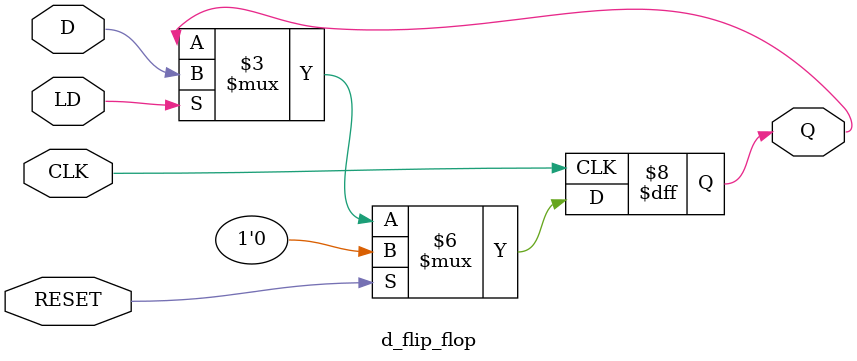
<source format=v>
`ifndef _D_FLIP_FLOP_V_
`define _D_FLIP_FLOP_V_

module d_flip_flop (
	input CLK,
	input RESET,
	input D,
	input LD,
	output reg Q
);

always @ (posedge CLK) begin
	if (RESET) Q <= 0;
	else if (LD) Q <= D;
	else Q <= Q;
end
endmodule

`endif /* _D_FLIP_FLOP_V_ */
</source>
